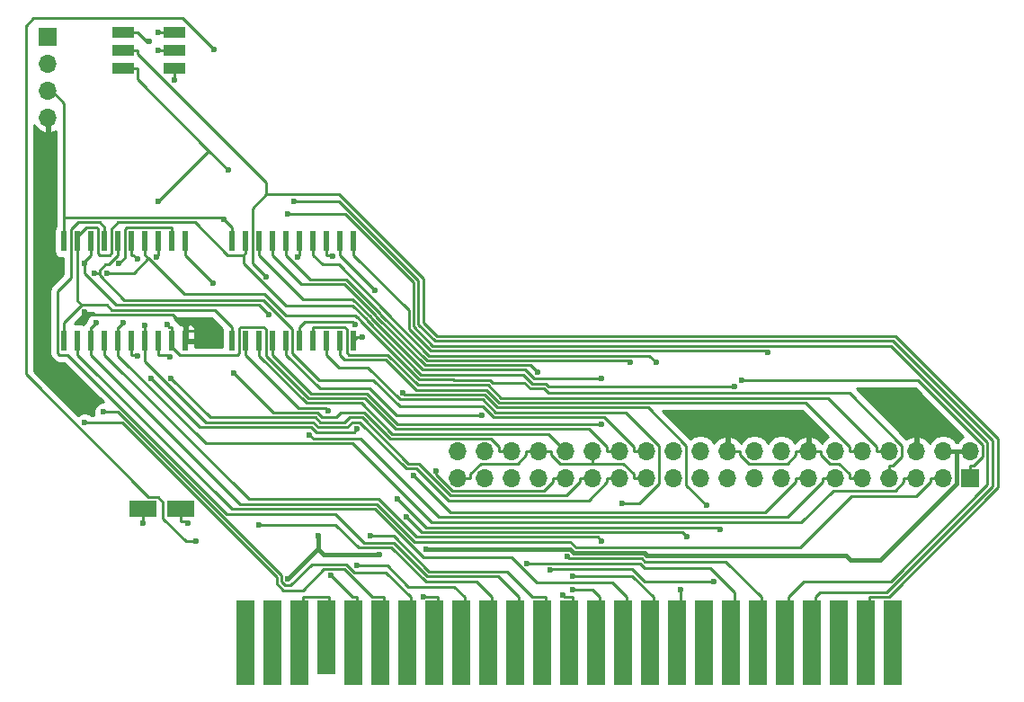
<source format=gbr>
G04 #@! TF.FileFunction,Copper,L1,Top,Mixed*
%FSLAX46Y46*%
G04 Gerber Fmt 4.6, Leading zero omitted, Abs format (unit mm)*
G04 Created by KiCad (PCBNEW 4.0.7) date 01/15/20 01:18:49*
%MOMM*%
%LPD*%
G01*
G04 APERTURE LIST*
%ADD10C,0.100000*%
%ADD11R,1.700000X1.700000*%
%ADD12O,1.700000X1.700000*%
%ADD13R,1.800000X8.000000*%
%ADD14R,1.800000X7.000000*%
%ADD15R,2.600000X1.600000*%
%ADD16R,2.000000X1.100000*%
%ADD17R,0.600000X1.950000*%
%ADD18C,0.600000*%
%ADD19C,0.250000*%
%ADD20C,0.400000*%
%ADD21C,0.254000*%
G04 APERTURE END LIST*
D10*
D11*
X195199000Y-94297500D03*
D12*
X195199000Y-91757500D03*
X192659000Y-94297500D03*
X192659000Y-91757500D03*
X190119000Y-94297500D03*
X190119000Y-91757500D03*
X187579000Y-94297500D03*
X187579000Y-91757500D03*
X185039000Y-94297500D03*
X185039000Y-91757500D03*
X182499000Y-94297500D03*
X182499000Y-91757500D03*
X179959000Y-94297500D03*
X179959000Y-91757500D03*
X177419000Y-94297500D03*
X177419000Y-91757500D03*
X174879000Y-94297500D03*
X174879000Y-91757500D03*
X172339000Y-94297500D03*
X172339000Y-91757500D03*
X169799000Y-94297500D03*
X169799000Y-91757500D03*
X167259000Y-94297500D03*
X167259000Y-91757500D03*
X164719000Y-94297500D03*
X164719000Y-91757500D03*
X162179000Y-94297500D03*
X162179000Y-91757500D03*
X159639000Y-94297500D03*
X159639000Y-91757500D03*
X157099000Y-94297500D03*
X157099000Y-91757500D03*
X154559000Y-94297500D03*
X154559000Y-91757500D03*
X152019000Y-94297500D03*
X152019000Y-91757500D03*
X149479000Y-94297500D03*
X149479000Y-91757500D03*
X146939000Y-94297500D03*
X146939000Y-91757500D03*
D13*
X187939840Y-109827440D03*
X185399840Y-109827440D03*
X182859840Y-109827440D03*
X180319840Y-109827440D03*
X177779840Y-109827440D03*
X175239840Y-109827440D03*
X172699840Y-109827440D03*
X170159840Y-109827440D03*
X167619840Y-109827440D03*
X165079840Y-109827440D03*
X162539840Y-109827440D03*
X159999840Y-109827440D03*
X157459840Y-109827440D03*
X154919840Y-109827440D03*
X152379840Y-109827440D03*
X149839840Y-109827440D03*
X147299840Y-109827440D03*
X144759840Y-109827440D03*
X142219840Y-109827440D03*
X139679840Y-109827440D03*
X137139840Y-109827440D03*
D14*
X134594760Y-109334680D03*
D13*
X132059840Y-109827440D03*
X129519840Y-109827440D03*
X126979840Y-109827440D03*
D15*
X117262000Y-97218500D03*
X120862000Y-97218500D03*
D16*
X115469000Y-52353000D03*
X115469000Y-54053000D03*
X115469000Y-55753000D03*
X120269000Y-55753000D03*
X120269000Y-54053000D03*
X120269000Y-52353000D03*
D17*
X125679000Y-81383600D03*
X126949000Y-81383600D03*
X128219000Y-81383600D03*
X129489000Y-81383600D03*
X130759000Y-81383600D03*
X132029000Y-81383600D03*
X133299000Y-81383600D03*
X134569000Y-81383600D03*
X135839000Y-81383600D03*
X137109000Y-81383600D03*
X137109000Y-71983600D03*
X135839000Y-71983600D03*
X134569000Y-71983600D03*
X133299000Y-71983600D03*
X132029000Y-71983600D03*
X130759000Y-71983600D03*
X129489000Y-71983600D03*
X128219000Y-71983600D03*
X126949000Y-71983600D03*
X125679000Y-71983600D03*
X109880000Y-81383600D03*
X111150000Y-81383600D03*
X112420000Y-81383600D03*
X113690000Y-81383600D03*
X114960000Y-81383600D03*
X116230000Y-81383600D03*
X117500000Y-81383600D03*
X118770000Y-81383600D03*
X120040000Y-81383600D03*
X121310000Y-81383600D03*
X121310000Y-71983600D03*
X120040000Y-71983600D03*
X118770000Y-71983600D03*
X117500000Y-71983600D03*
X116230000Y-71983600D03*
X114960000Y-71983600D03*
X113690000Y-71983600D03*
X112420000Y-71983600D03*
X111150000Y-71983600D03*
X109880000Y-71983600D03*
D11*
X108331000Y-52768500D03*
D12*
X108331000Y-55308500D03*
X108331000Y-57848500D03*
X108331000Y-60388500D03*
D18*
X111799800Y-78676800D03*
X137952500Y-81010400D03*
X123295600Y-80393300D03*
X133804400Y-99775600D03*
X130952900Y-103788200D03*
X143933500Y-101011400D03*
X139590400Y-101494400D03*
X115431500Y-79667800D03*
X113875800Y-74979100D03*
X111820900Y-74072000D03*
X144902900Y-93668000D03*
X129145500Y-78943800D03*
X112709400Y-75045100D03*
X117441700Y-79899700D03*
X119567800Y-79883600D03*
X112864900Y-79684100D03*
X119954900Y-84908700D03*
X115045300Y-74092200D03*
X131486400Y-68222600D03*
X130897100Y-69403900D03*
X141782500Y-86273800D03*
X170360300Y-96882600D03*
X157217400Y-101711700D03*
X155625600Y-102973800D03*
X171081000Y-104093500D03*
X153414900Y-102337100D03*
X142079100Y-97976200D03*
X168519600Y-99851000D03*
X160469800Y-89230300D03*
X167883800Y-104840900D03*
X176144200Y-82476800D03*
X162464500Y-96690300D03*
X137259900Y-79821400D03*
X157735300Y-103517500D03*
X160480400Y-100210800D03*
X154489100Y-84333300D03*
X134748700Y-87950300D03*
X157737300Y-104857300D03*
X135179700Y-73382500D03*
X131844300Y-73480300D03*
X156797300Y-105290800D03*
X123921000Y-75940400D03*
X118581300Y-73472600D03*
X138742700Y-99776500D03*
X116803500Y-73684000D03*
X119873300Y-82893500D03*
X116824400Y-82814200D03*
X128204500Y-98699900D03*
X137459600Y-102543000D03*
X143748100Y-105458600D03*
X113570200Y-88061000D03*
X111813100Y-89112500D03*
X137474800Y-89657400D03*
X118027000Y-84927300D03*
X135016400Y-103498100D03*
X173700200Y-85133500D03*
X124921000Y-69925300D03*
X160460200Y-84958700D03*
X139175000Y-76586900D03*
X149236400Y-88425100D03*
X128925700Y-75380200D03*
X141262000Y-96239800D03*
X171684500Y-99142800D03*
X132996000Y-90235400D03*
X123960600Y-53953900D03*
X122321700Y-100279900D03*
X142765200Y-94024000D03*
X121518600Y-98539600D03*
X120265800Y-56805600D03*
X118767000Y-54053000D03*
X118734400Y-52324000D03*
X117902700Y-53188500D03*
X125844000Y-84389600D03*
X118708700Y-68275100D03*
X125345800Y-65294000D03*
X172979100Y-85655300D03*
X117262000Y-98534500D03*
X165628100Y-83396500D03*
X163186400Y-83412700D03*
D19*
X154559000Y-91757500D02*
X155734300Y-91757500D01*
X159639000Y-91757500D02*
X159639000Y-92932800D01*
X185039000Y-94297500D02*
X183863700Y-94297500D01*
X183863700Y-93930100D02*
X183863700Y-94297500D01*
X182866400Y-92932800D02*
X183863700Y-93930100D01*
X181942200Y-92932800D02*
X182866400Y-92932800D01*
X181134300Y-92124900D02*
X181942200Y-92932800D01*
X181134300Y-91757500D02*
X181134300Y-92124900D01*
X179959000Y-91757500D02*
X181134300Y-91757500D01*
X153383700Y-92124900D02*
X153383700Y-91757500D01*
X152575800Y-92932800D02*
X153383700Y-92124900D01*
X149111600Y-92932800D02*
X152575800Y-92932800D01*
X148114300Y-93930100D02*
X149111600Y-92932800D01*
X148114300Y-94297500D02*
X148114300Y-93930100D01*
X146939000Y-94297500D02*
X148114300Y-94297500D01*
X154559000Y-91757500D02*
X153383700Y-91757500D01*
X137482200Y-81010400D02*
X137109000Y-81383600D01*
X137952500Y-81010400D02*
X137482200Y-81010400D01*
X156542200Y-92932800D02*
X159639000Y-92932800D01*
X155734300Y-92124900D02*
X156542200Y-92932800D01*
X155734300Y-91757500D02*
X155734300Y-92124900D01*
X163543700Y-93930200D02*
X163543700Y-94297500D01*
X162546300Y-92932800D02*
X163543700Y-93930200D01*
X159639000Y-92932800D02*
X162546300Y-92932800D01*
X164719000Y-94297500D02*
X163543700Y-94297500D01*
X178783700Y-92124900D02*
X178783700Y-91757500D01*
X177975800Y-92932800D02*
X178783700Y-92124900D01*
X174322300Y-92932800D02*
X177975800Y-92932800D01*
X173514300Y-92124800D02*
X174322300Y-92932800D01*
X173514300Y-91757500D02*
X173514300Y-92124800D01*
X172339000Y-91757500D02*
X173514300Y-91757500D01*
X179959000Y-91757500D02*
X178783700Y-91757500D01*
X120131400Y-78904700D02*
X121310000Y-80083300D01*
X112027700Y-78904700D02*
X120131400Y-78904700D01*
X111799800Y-78676800D02*
X112027700Y-78904700D01*
X123295600Y-80393300D02*
X121310000Y-80393300D01*
X121310000Y-81383600D02*
X121310000Y-80393300D01*
X121310000Y-80393300D02*
X121310000Y-80083300D01*
D20*
X183007000Y-101560900D02*
X183475900Y-101560900D01*
X187896500Y-100838000D02*
X187896500Y-100856300D01*
X186690000Y-102044500D02*
X187896500Y-100838000D01*
X183959500Y-102044500D02*
X186690000Y-102044500D01*
X183475900Y-101560900D02*
X183959500Y-102044500D01*
X192659000Y-91757500D02*
X193948600Y-91757500D01*
X193948600Y-91757500D02*
X195199000Y-91757500D01*
X133804400Y-101001500D02*
X133804400Y-99775600D01*
X133739600Y-101001500D02*
X130952900Y-103788200D01*
X133804400Y-101001500D02*
X133739600Y-101001500D01*
X134297300Y-101494400D02*
X139590400Y-101494400D01*
X133804400Y-101001500D02*
X134297300Y-101494400D01*
X193948600Y-94804200D02*
X193948600Y-91757500D01*
X187896500Y-100856300D02*
X193948600Y-94804200D01*
X164712500Y-101560900D02*
X183007000Y-101560900D01*
X164513100Y-101361500D02*
X164712500Y-101560900D01*
X157857600Y-101361500D02*
X164513100Y-101361500D01*
X157507500Y-101011400D02*
X157857600Y-101361500D01*
X143933500Y-101011400D02*
X157507500Y-101011400D01*
D19*
X190119000Y-94297500D02*
X188943700Y-94297500D01*
X114960000Y-81383600D02*
X114960000Y-80083300D01*
X115016000Y-80083300D02*
X115431500Y-79667800D01*
X114960000Y-80083300D02*
X115016000Y-80083300D01*
X188943700Y-94664900D02*
X188943700Y-94297500D01*
X188135800Y-95472800D02*
X188943700Y-94664900D01*
X182311400Y-95472800D02*
X188135800Y-95472800D01*
X179284100Y-98500100D02*
X182311400Y-95472800D01*
X144497900Y-98500100D02*
X179284100Y-98500100D01*
X137036100Y-91038300D02*
X144497900Y-98500100D01*
X123230400Y-91038300D02*
X137036100Y-91038300D01*
X114960000Y-82767900D02*
X123230400Y-91038300D01*
X114960000Y-81383600D02*
X114960000Y-82767900D01*
X187579000Y-94297500D02*
X187579000Y-93122200D01*
X116412600Y-74979100D02*
X113875800Y-74979100D01*
X117803400Y-73588300D02*
X116412600Y-74979100D01*
X117500000Y-73285000D02*
X117803400Y-73588300D01*
X117500000Y-71983600D02*
X117500000Y-73285000D01*
X121208800Y-76993800D02*
X117803400Y-73588300D01*
X128736300Y-76993800D02*
X121208800Y-76993800D01*
X130758700Y-79016200D02*
X128736300Y-76993800D01*
X137285500Y-79016200D02*
X130758700Y-79016200D01*
X137465400Y-79196100D02*
X137285500Y-79016200D01*
X137519000Y-79196100D02*
X137465400Y-79196100D01*
X137885200Y-79562300D02*
X137519000Y-79196100D01*
X137885200Y-79615900D02*
X137885200Y-79562300D01*
X143286600Y-85017300D02*
X137885200Y-79615900D01*
X146472400Y-85017300D02*
X143286600Y-85017300D01*
X146553100Y-85098000D02*
X146472400Y-85017300D01*
X150007800Y-85098000D02*
X146553100Y-85098000D01*
X150233500Y-85323700D02*
X150007800Y-85098000D01*
X153214800Y-85323700D02*
X150233500Y-85323700D01*
X153750400Y-85859300D02*
X153214800Y-85323700D01*
X155052600Y-85859300D02*
X153750400Y-85859300D01*
X155502900Y-86309600D02*
X155052600Y-85859300D01*
X183838200Y-86309600D02*
X155502900Y-86309600D01*
X188759100Y-91230500D02*
X183838200Y-86309600D01*
X188759100Y-92309400D02*
X188759100Y-91230500D01*
X187946300Y-93122200D02*
X188759100Y-92309400D01*
X187579000Y-93122200D02*
X187946300Y-93122200D01*
X112420000Y-71983600D02*
X112420000Y-73283900D01*
X111820900Y-73883000D02*
X111820900Y-74072000D01*
X112420000Y-73283900D02*
X111820900Y-73883000D01*
X157099000Y-94297500D02*
X155923700Y-94297500D01*
X128205800Y-78004100D02*
X129145500Y-78943800D01*
X114775200Y-78004100D02*
X128205800Y-78004100D01*
X111820900Y-75049800D02*
X114775200Y-78004100D01*
X111820900Y-74072000D02*
X111820900Y-75049800D01*
X144902900Y-93946700D02*
X144902900Y-93668000D01*
X146453800Y-95497600D02*
X144902900Y-93946700D01*
X155081400Y-95497600D02*
X146453800Y-95497600D01*
X155923700Y-94655300D02*
X155081400Y-95497600D01*
X155923700Y-94297500D02*
X155923700Y-94655300D01*
X164719000Y-91757500D02*
X163543700Y-91757500D01*
X114960000Y-71983600D02*
X114960000Y-73283900D01*
X113195500Y-75225700D02*
X113195500Y-75045100D01*
X115523500Y-77553700D02*
X113195500Y-75225700D01*
X128659300Y-77553700D02*
X115523500Y-77553700D01*
X131188800Y-80083200D02*
X128659300Y-77553700D01*
X131193700Y-80083200D02*
X131188800Y-80083200D01*
X131384300Y-80273800D02*
X131193700Y-80083200D01*
X131384300Y-82523400D02*
X131384300Y-80273800D01*
X133912900Y-85052000D02*
X131384300Y-82523400D01*
X139004900Y-85052000D02*
X133912900Y-85052000D01*
X141527500Y-87574600D02*
X139004900Y-85052000D01*
X149299900Y-87574600D02*
X141527500Y-87574600D01*
X150325200Y-88599900D02*
X149299900Y-87574600D01*
X160753400Y-88599900D02*
X150325200Y-88599900D01*
X163543700Y-91390200D02*
X160753400Y-88599900D01*
X163543700Y-91757500D02*
X163543700Y-91390200D01*
X114040600Y-74203300D02*
X114960000Y-73283900D01*
X113762500Y-74203300D02*
X114040600Y-74203300D01*
X113195500Y-74770300D02*
X113762500Y-74203300D01*
X113195500Y-75045100D02*
X113195500Y-74770300D01*
X113195500Y-75045100D02*
X112709400Y-75045100D01*
X117500000Y-81383600D02*
X117500000Y-80083300D01*
X117441700Y-80025000D02*
X117441700Y-79899700D01*
X117500000Y-80083300D02*
X117441700Y-80025000D01*
X162179000Y-94297500D02*
X161003700Y-94297500D01*
X117500000Y-81383600D02*
X117500000Y-82683900D01*
X117500000Y-83338100D02*
X117500000Y-82683900D01*
X123203300Y-89041400D02*
X117500000Y-83338100D01*
X133323300Y-89041400D02*
X123203300Y-89041400D01*
X133767800Y-89485900D02*
X133323300Y-89041400D01*
X136551300Y-89485900D02*
X133767800Y-89485900D01*
X137005100Y-89032100D02*
X136551300Y-89485900D01*
X137733900Y-89032100D02*
X137005100Y-89032100D01*
X142100500Y-93398700D02*
X137733900Y-89032100D01*
X143024300Y-93398700D02*
X142100500Y-93398700D01*
X146044500Y-96418900D02*
X143024300Y-93398700D01*
X159249600Y-96418900D02*
X146044500Y-96418900D01*
X161003700Y-94664800D02*
X159249600Y-96418900D01*
X161003700Y-94297500D02*
X161003700Y-94664800D01*
X120040000Y-81383600D02*
X120040000Y-80083300D01*
X119767500Y-80083300D02*
X119567800Y-79883600D01*
X120040000Y-80083300D02*
X119767500Y-80083300D01*
X162179000Y-91757500D02*
X161003700Y-91757500D01*
X161003700Y-91390100D02*
X161003700Y-91757500D01*
X159294200Y-89680600D02*
X161003700Y-91390100D01*
X141085800Y-89680600D02*
X159294200Y-89680600D01*
X138195100Y-86789900D02*
X141085800Y-89680600D01*
X132887000Y-86789900D02*
X138195100Y-86789900D01*
X128863600Y-82766500D02*
X132887000Y-86789900D01*
X128863600Y-80284600D02*
X128863600Y-82766500D01*
X128662200Y-80083200D02*
X128863600Y-80284600D01*
X126469800Y-80083200D02*
X128662200Y-80083200D01*
X126323600Y-80229400D02*
X126469800Y-80083200D01*
X126323600Y-82530600D02*
X126323600Y-80229400D01*
X126170200Y-82684000D02*
X126323600Y-82530600D01*
X120783900Y-82684000D02*
X126170200Y-82684000D01*
X120040000Y-81940100D02*
X120783900Y-82684000D01*
X120040000Y-81383600D02*
X120040000Y-81940100D01*
X112420000Y-81383600D02*
X112420000Y-80083300D01*
X112420000Y-80083300D02*
X112465700Y-80083300D01*
X112465700Y-80083300D02*
X112864900Y-79684100D01*
X112420000Y-81383600D02*
X112420000Y-82683900D01*
X192659000Y-94297500D02*
X191483700Y-94297500D01*
X191483700Y-94664800D02*
X191483700Y-94297500D01*
X190151000Y-95997500D02*
X191483700Y-94664800D01*
X184033000Y-95997500D02*
X190151000Y-95997500D01*
X179194300Y-100836200D02*
X184033000Y-95997500D01*
X158075200Y-100836200D02*
X179194300Y-100836200D01*
X157540300Y-100301300D02*
X158075200Y-100836200D01*
X142883000Y-100301300D02*
X157540300Y-100301300D01*
X139317600Y-96735900D02*
X142883000Y-100301300D01*
X126472000Y-96735900D02*
X139317600Y-96735900D01*
X112420000Y-82683900D02*
X126472000Y-96735900D01*
X159639000Y-94297500D02*
X158463700Y-94297500D01*
X120040000Y-71983600D02*
X120040000Y-70683300D01*
X115764600Y-70683300D02*
X120040000Y-70683300D01*
X115585400Y-70862500D02*
X115764600Y-70683300D01*
X115585400Y-73552100D02*
X115585400Y-70862500D01*
X115045300Y-74092200D02*
X115585400Y-73552100D01*
X123637300Y-88591100D02*
X119954900Y-84908700D01*
X133509900Y-88591100D02*
X123637300Y-88591100D01*
X133954300Y-89035500D02*
X133509900Y-88591100D01*
X136282700Y-89035500D02*
X133954300Y-89035500D01*
X136736400Y-88581800D02*
X136282700Y-89035500D01*
X137920500Y-88581800D02*
X136736400Y-88581800D01*
X142287100Y-92948400D02*
X137920500Y-88581800D01*
X143267500Y-92948400D02*
X142287100Y-92948400D01*
X146287600Y-95968500D02*
X143267500Y-92948400D01*
X157160000Y-95968500D02*
X146287600Y-95968500D01*
X158463700Y-94664800D02*
X157160000Y-95968500D01*
X158463700Y-94297500D02*
X158463700Y-94664800D01*
X180583800Y-109827400D02*
X180583800Y-105502100D01*
X135780600Y-68222600D02*
X131486400Y-68222600D01*
X143232800Y-75674800D02*
X135780600Y-68222600D01*
X143232800Y-79838900D02*
X143232800Y-75674800D01*
X144777500Y-81383600D02*
X143232800Y-79838900D01*
X187934800Y-81383600D02*
X144777500Y-81383600D01*
X197337700Y-90786500D02*
X187934800Y-81383600D01*
X197337700Y-95054300D02*
X197337700Y-90786500D01*
X187340300Y-105051700D02*
X197337700Y-95054300D01*
X181034200Y-105051700D02*
X187340300Y-105051700D01*
X180583800Y-105502100D02*
X181034200Y-105051700D01*
X178043800Y-109827400D02*
X178043800Y-105502100D01*
X136310000Y-69403900D02*
X130897100Y-69403900D01*
X142782500Y-75876400D02*
X136310000Y-69403900D01*
X142782500Y-80025500D02*
X142782500Y-75876400D01*
X144590900Y-81833900D02*
X142782500Y-80025500D01*
X187708600Y-81833900D02*
X144590900Y-81833900D01*
X196829100Y-90954400D02*
X187708600Y-81833900D01*
X196829100Y-94899900D02*
X196829100Y-90954400D01*
X187698200Y-104030800D02*
X196829100Y-94899900D01*
X179515000Y-104030800D02*
X187698200Y-104030800D01*
X179515000Y-104030900D02*
X179515000Y-104030800D01*
X178043800Y-105502100D02*
X179515000Y-104030900D01*
X141957600Y-86448900D02*
X141782500Y-86273800D01*
X149448000Y-86448900D02*
X141957600Y-86448900D01*
X150659600Y-87660500D02*
X149448000Y-86448900D01*
X164849700Y-87660500D02*
X150659600Y-87660500D01*
X168434400Y-91245200D02*
X164849700Y-87660500D01*
X168434400Y-94956700D02*
X168434400Y-91245200D01*
X170360300Y-96882600D02*
X168434400Y-94956700D01*
X175503800Y-109827400D02*
X175503800Y-105502100D01*
X157392500Y-101886800D02*
X157217400Y-101711700D01*
X164295500Y-101886800D02*
X157392500Y-101886800D01*
X164561500Y-102152800D02*
X164295500Y-101886800D01*
X172154500Y-102152800D02*
X164561500Y-102152800D01*
X175503800Y-105502100D02*
X172154500Y-102152800D01*
X155707200Y-102892200D02*
X155625600Y-102973800D01*
X163370800Y-102892200D02*
X155707200Y-102892200D01*
X164572100Y-104093500D02*
X163370800Y-102892200D01*
X171081000Y-104093500D02*
X164572100Y-104093500D01*
X172963800Y-109827400D02*
X172963800Y-105502100D01*
X164108900Y-102337100D02*
X153414900Y-102337100D01*
X164559200Y-102787400D02*
X164108900Y-102337100D01*
X170696300Y-102787400D02*
X164559200Y-102787400D01*
X172963800Y-105054900D02*
X170696300Y-102787400D01*
X172963800Y-105502100D02*
X172963800Y-105054900D01*
X168069300Y-99400700D02*
X168519600Y-99851000D01*
X143503600Y-99400700D02*
X168069300Y-99400700D01*
X142079100Y-97976200D02*
X143503600Y-99400700D01*
X129489000Y-81383600D02*
X129489000Y-82683900D01*
X141272400Y-89230300D02*
X160469800Y-89230300D01*
X138381700Y-86339600D02*
X141272400Y-89230300D01*
X133144700Y-86339600D02*
X138381700Y-86339600D01*
X129489000Y-82683900D02*
X133144700Y-86339600D01*
X137109000Y-71983600D02*
X137109000Y-73283900D01*
X167883800Y-109827400D02*
X167883800Y-104840900D01*
X142332200Y-78507100D02*
X137109000Y-73283900D01*
X142332200Y-80241400D02*
X142332200Y-78507100D01*
X144406300Y-82315500D02*
X142332200Y-80241400D01*
X175982900Y-82315500D02*
X144406300Y-82315500D01*
X176144200Y-82476800D02*
X175982900Y-82315500D01*
X134569000Y-81383600D02*
X134569000Y-82683900D01*
X135781300Y-83896200D02*
X134569000Y-82683900D01*
X138486000Y-83896200D02*
X135781300Y-83896200D01*
X141489000Y-86899200D02*
X138486000Y-83896200D01*
X149261400Y-86899200D02*
X141489000Y-86899200D01*
X150473000Y-88110800D02*
X149261400Y-86899200D01*
X162741000Y-88110800D02*
X150473000Y-88110800D01*
X165912100Y-91281900D02*
X162741000Y-88110800D01*
X165912100Y-94791800D02*
X165912100Y-91281900D01*
X164013600Y-96690300D02*
X165912100Y-94791800D01*
X162464500Y-96690300D02*
X164013600Y-96690300D01*
X137030700Y-79592200D02*
X137259900Y-79821400D01*
X132520100Y-79592200D02*
X137030700Y-79592200D01*
X132029000Y-80083300D02*
X132520100Y-79592200D01*
X165343800Y-109827400D02*
X165343800Y-105502100D01*
X132029000Y-81383600D02*
X132029000Y-80083300D01*
X163359200Y-103517500D02*
X165343800Y-105502100D01*
X157735300Y-103517500D02*
X163359200Y-103517500D01*
X113690000Y-81383600D02*
X113690000Y-82683900D01*
X160120600Y-99851000D02*
X160480400Y-100210800D01*
X143069600Y-99851000D02*
X160120600Y-99851000D01*
X139504000Y-96285400D02*
X143069600Y-99851000D01*
X127291500Y-96285400D02*
X139504000Y-96285400D01*
X113690000Y-82683900D02*
X127291500Y-96285400D01*
X111150000Y-81383600D02*
X111150000Y-82683900D01*
X162803800Y-109827400D02*
X162803800Y-105502100D01*
X161479300Y-104177600D02*
X162803800Y-105502100D01*
X154352600Y-104177600D02*
X161479300Y-104177600D01*
X151977200Y-101802200D02*
X154352600Y-104177600D01*
X143747000Y-101802200D02*
X151977200Y-101802200D01*
X139134200Y-97189400D02*
X143747000Y-101802200D01*
X125655500Y-97189400D02*
X139134200Y-97189400D01*
X111150000Y-82683900D02*
X125655500Y-97189400D01*
X129489000Y-71983600D02*
X129489000Y-73283900D01*
X153822200Y-83666400D02*
X154489100Y-84333300D01*
X143846500Y-83666400D02*
X153822200Y-83666400D01*
X139236100Y-79056000D02*
X143846500Y-83666400D01*
X139236100Y-79002500D02*
X139236100Y-79056000D01*
X136259100Y-76025500D02*
X139236100Y-79002500D01*
X132230600Y-76025500D02*
X136259100Y-76025500D01*
X129489000Y-73283900D02*
X132230600Y-76025500D01*
X160263800Y-109827400D02*
X160263800Y-105502100D01*
X126949000Y-81383600D02*
X126949000Y-82683900D01*
X131955600Y-87690500D02*
X126949000Y-82683900D01*
X134488900Y-87690500D02*
X131955600Y-87690500D01*
X134748700Y-87950300D02*
X134488900Y-87690500D01*
X159619000Y-104857300D02*
X157737300Y-104857300D01*
X160263800Y-105502100D02*
X159619000Y-104857300D01*
X134569000Y-71983600D02*
X134569000Y-73283900D01*
X135081100Y-73283900D02*
X135179700Y-73382500D01*
X134569000Y-73283900D02*
X135081100Y-73283900D01*
X157723800Y-109827400D02*
X157723800Y-105502100D01*
X157008600Y-105502100D02*
X157723800Y-105502100D01*
X156797300Y-105290800D02*
X157008600Y-105502100D01*
X132029000Y-73295600D02*
X131844300Y-73480300D01*
X132029000Y-71983600D02*
X132029000Y-73295600D01*
X121310000Y-73329400D02*
X121310000Y-71983600D01*
X123921000Y-75940400D02*
X121310000Y-73329400D01*
X118770000Y-73283900D02*
X118581300Y-73472600D01*
X118770000Y-71983600D02*
X118770000Y-73283900D01*
X155183800Y-109827400D02*
X155183800Y-105502100D01*
X153948400Y-105502100D02*
X155183800Y-105502100D01*
X151574400Y-103128100D02*
X153948400Y-105502100D01*
X144248100Y-103128100D02*
X151574400Y-103128100D01*
X140896500Y-99776500D02*
X144248100Y-103128100D01*
X138742700Y-99776500D02*
X140896500Y-99776500D01*
X116230000Y-71983600D02*
X116230000Y-73283900D01*
X116403400Y-73283900D02*
X116803500Y-73684000D01*
X116230000Y-73283900D02*
X116403400Y-73283900D01*
X113690000Y-71983600D02*
X113690000Y-70683300D01*
X152643800Y-109827400D02*
X152643800Y-105502100D01*
X150720200Y-103578500D02*
X152643800Y-105502100D01*
X144061600Y-103578500D02*
X150720200Y-103578500D01*
X140888000Y-100404900D02*
X144061600Y-103578500D01*
X138112400Y-100404900D02*
X140888000Y-100404900D01*
X135405300Y-97697800D02*
X138112400Y-100404900D01*
X125190500Y-97697800D02*
X135405300Y-97697800D01*
X110176700Y-82684000D02*
X125190500Y-97697800D01*
X109421200Y-82684000D02*
X110176700Y-82684000D01*
X109249400Y-82512200D02*
X109421200Y-82684000D01*
X109249400Y-76688800D02*
X109249400Y-82512200D01*
X110524600Y-75413600D02*
X109249400Y-76688800D01*
X110524600Y-70869000D02*
X110524600Y-75413600D01*
X111184300Y-70209300D02*
X110524600Y-70869000D01*
X113216000Y-70209300D02*
X111184300Y-70209300D01*
X113690000Y-70683300D02*
X113216000Y-70209300D01*
X118770000Y-81383600D02*
X118770000Y-82683900D01*
X119663700Y-82683900D02*
X119873300Y-82893500D01*
X118770000Y-82683900D02*
X119663700Y-82683900D01*
X150103800Y-109827400D02*
X150103800Y-105502100D01*
X116230000Y-81383600D02*
X116230000Y-82683900D01*
X116694100Y-82683900D02*
X116824400Y-82814200D01*
X116230000Y-82683900D02*
X116694100Y-82683900D01*
X148700300Y-104098600D02*
X150103800Y-105502100D01*
X143944800Y-104098600D02*
X148700300Y-104098600D01*
X140701400Y-100855200D02*
X143944800Y-104098600D01*
X137607500Y-100855200D02*
X140701400Y-100855200D01*
X135452200Y-98699900D02*
X137607500Y-100855200D01*
X128204500Y-98699900D02*
X135452200Y-98699900D01*
X147563800Y-109827400D02*
X147563800Y-105502100D01*
X146610700Y-104549000D02*
X147563800Y-105502100D01*
X142298700Y-104549000D02*
X146610700Y-104549000D01*
X140292700Y-102543000D02*
X142298700Y-104549000D01*
X137459600Y-102543000D02*
X140292700Y-102543000D01*
X145023800Y-109827400D02*
X145023800Y-105502100D01*
X143791600Y-105502100D02*
X143748100Y-105458600D01*
X145023800Y-105502100D02*
X143791600Y-105502100D01*
X142483800Y-109827400D02*
X142483800Y-105502100D01*
X140182500Y-103200800D02*
X142483800Y-105502100D01*
X137233100Y-103200800D02*
X140182500Y-103200800D01*
X136444800Y-102412500D02*
X137233100Y-103200800D01*
X133213000Y-102412500D02*
X136444800Y-102412500D01*
X131212000Y-104413500D02*
X133213000Y-102412500D01*
X130693900Y-104413500D02*
X131212000Y-104413500D01*
X130327600Y-104047200D02*
X130693900Y-104413500D01*
X130327600Y-103471800D02*
X130327600Y-104047200D01*
X114916800Y-88061000D02*
X130327600Y-103471800D01*
X113570200Y-88061000D02*
X114916800Y-88061000D01*
X139943800Y-109827400D02*
X139943800Y-105502100D01*
X138897500Y-105502100D02*
X139943800Y-105502100D01*
X136259400Y-102864000D02*
X138897500Y-105502100D01*
X134349000Y-102864000D02*
X136259400Y-102864000D01*
X132349200Y-104863800D02*
X134349000Y-102864000D01*
X130507300Y-104863800D02*
X132349200Y-104863800D01*
X129877300Y-104233800D02*
X130507300Y-104863800D01*
X129877300Y-103658400D02*
X129877300Y-104233800D01*
X115331400Y-89112500D02*
X129877300Y-103658400D01*
X111813100Y-89112500D02*
X115331400Y-89112500D01*
X137403800Y-109827400D02*
X137403800Y-105502100D01*
X137020400Y-105502100D02*
X135016400Y-103498100D01*
X137403800Y-105502100D02*
X137020400Y-105502100D01*
X122591400Y-89491700D02*
X118027000Y-84927300D01*
X133136700Y-89491700D02*
X122591400Y-89491700D01*
X133621300Y-89976300D02*
X133136700Y-89491700D01*
X137155900Y-89976300D02*
X133621300Y-89976300D01*
X137474800Y-89657400D02*
X137155900Y-89976300D01*
X108331000Y-57848500D02*
X108712000Y-57848500D01*
X108712000Y-57848500D02*
X109880000Y-59016500D01*
X109880000Y-59016500D02*
X109880000Y-61030500D01*
X195199000Y-94297500D02*
X195199000Y-93122200D01*
X125679000Y-71983600D02*
X125679000Y-70683300D01*
X109880000Y-61030500D02*
X109880000Y-69758900D01*
X109880000Y-69758900D02*
X109880000Y-71983600D01*
X124754600Y-69758900D02*
X124921000Y-69925300D01*
X109880000Y-69758900D02*
X124754600Y-69758900D01*
X124921000Y-69925300D02*
X125679000Y-70683300D01*
X190298100Y-85133500D02*
X173700200Y-85133500D01*
X196374300Y-91209700D02*
X190298100Y-85133500D01*
X196374300Y-92314300D02*
X196374300Y-91209700D01*
X195566400Y-93122200D02*
X196374300Y-92314300D01*
X195199000Y-93122200D02*
X195566400Y-93122200D01*
X128219000Y-71983600D02*
X128219000Y-73283900D01*
X132366000Y-77430900D02*
X128219000Y-73283900D01*
X137027600Y-77430900D02*
X132366000Y-77430900D01*
X138785800Y-79189100D02*
X137027600Y-77430900D01*
X138785800Y-79242700D02*
X138785800Y-79189100D01*
X143659800Y-84116700D02*
X138785800Y-79242700D01*
X153281600Y-84116700D02*
X143659800Y-84116700D01*
X154123600Y-84958700D02*
X153281600Y-84116700D01*
X160460200Y-84958700D02*
X154123600Y-84958700D01*
X135839000Y-71983600D02*
X135839000Y-73283900D01*
X135872000Y-73283900D02*
X135839000Y-73283900D01*
X139175000Y-76586900D02*
X135872000Y-73283900D01*
X185039000Y-91757500D02*
X183863700Y-91757500D01*
X135839000Y-81383600D02*
X135839000Y-82683900D01*
X136289300Y-83134200D02*
X135839000Y-82683900D01*
X140129700Y-83134200D02*
X136289300Y-83134200D01*
X142994100Y-85998600D02*
X140129700Y-83134200D01*
X149634600Y-85998600D02*
X142994100Y-85998600D01*
X150846200Y-87210200D02*
X149634600Y-85998600D01*
X179683700Y-87210200D02*
X150846200Y-87210200D01*
X183863700Y-91390200D02*
X179683700Y-87210200D01*
X183863700Y-91757500D02*
X183863700Y-91390200D01*
X128219000Y-81383600D02*
X128219000Y-82683900D01*
X128219000Y-82763500D02*
X128219000Y-82683900D01*
X132695700Y-87240200D02*
X128219000Y-82763500D01*
X137852700Y-87240200D02*
X132695700Y-87240200D01*
X140743400Y-90130900D02*
X137852700Y-87240200D01*
X155472400Y-90130900D02*
X140743400Y-90130900D01*
X157099000Y-91757500D02*
X155472400Y-90130900D01*
X130759000Y-81383600D02*
X130759000Y-82683900D01*
X141158900Y-88425100D02*
X149236400Y-88425100D01*
X138623000Y-85889200D02*
X141158900Y-88425100D01*
X133964300Y-85889200D02*
X138623000Y-85889200D01*
X130759000Y-82683900D02*
X133964300Y-85889200D01*
X187579000Y-91757500D02*
X186403700Y-91757500D01*
X133299000Y-81383600D02*
X133299000Y-80083300D01*
X136279100Y-80083300D02*
X133299000Y-80083300D01*
X136483600Y-80287800D02*
X136279100Y-80083300D01*
X136483600Y-82493300D02*
X136483600Y-80287800D01*
X136674200Y-82683900D02*
X136483600Y-82493300D01*
X140316300Y-82683900D02*
X136674200Y-82683900D01*
X143180700Y-85548300D02*
X140316300Y-82683900D01*
X149821200Y-85548300D02*
X143180700Y-85548300D01*
X151032800Y-86759900D02*
X149821200Y-85548300D01*
X181773500Y-86759900D02*
X151032800Y-86759900D01*
X186403700Y-91390100D02*
X181773500Y-86759900D01*
X186403700Y-91757500D02*
X186403700Y-91390100D01*
X115469000Y-54053000D02*
X116794300Y-54053000D01*
X185663800Y-109827400D02*
X185663800Y-105502100D01*
X127593600Y-68905100D02*
X128903800Y-67594900D01*
X127593600Y-74048100D02*
X127593600Y-68905100D01*
X128925700Y-75380200D02*
X127593600Y-74048100D01*
X135790300Y-67594900D02*
X128903800Y-67594900D01*
X143683100Y-75487700D02*
X135790300Y-67594900D01*
X143683100Y-79648600D02*
X143683100Y-75487700D01*
X144951300Y-80916800D02*
X143683100Y-79648600D01*
X188153800Y-80916800D02*
X144951300Y-80916800D01*
X197849500Y-90612500D02*
X188153800Y-80916800D01*
X197849500Y-95206300D02*
X197849500Y-90612500D01*
X187553700Y-105502100D02*
X197849500Y-95206300D01*
X185663800Y-105502100D02*
X187553700Y-105502100D01*
X116794300Y-54321100D02*
X116794300Y-54053000D01*
X128903800Y-66430600D02*
X116794300Y-54321100D01*
X128903800Y-67594900D02*
X128903800Y-66430600D01*
X134851500Y-105502100D02*
X134858800Y-105509400D01*
X132323800Y-105502100D02*
X134851500Y-105502100D01*
X132323800Y-109827400D02*
X132323800Y-105502100D01*
X134858800Y-109334700D02*
X134858800Y-105509400D01*
X171492100Y-98950400D02*
X171684500Y-99142800D01*
X143972600Y-98950400D02*
X171492100Y-98950400D01*
X141262000Y-96239800D02*
X143972600Y-98950400D01*
X133348500Y-90587900D02*
X132996000Y-90235400D01*
X137784100Y-90587900D02*
X133348500Y-90587900D01*
X145187300Y-97991100D02*
X137784100Y-90587900D01*
X177997400Y-97991100D02*
X145187300Y-97991100D01*
X181323700Y-94664800D02*
X177997400Y-97991100D01*
X181323700Y-94297500D02*
X181323700Y-94664800D01*
X182499000Y-94297500D02*
X181323700Y-94297500D01*
X106255200Y-57467500D02*
X106255200Y-51732800D01*
X121602500Y-51562000D02*
X121602500Y-51595800D01*
X121031000Y-50990500D02*
X121602500Y-51562000D01*
X106997500Y-50990500D02*
X121031000Y-50990500D01*
X106255200Y-51732800D02*
X106997500Y-50990500D01*
X123960600Y-53953900D02*
X121602500Y-51595800D01*
X121341200Y-100279900D02*
X122321700Y-100279900D01*
X119189900Y-98128600D02*
X121341200Y-100279900D01*
X119189900Y-96586300D02*
X119189900Y-98128600D01*
X118696800Y-96093200D02*
X119189900Y-96586300D01*
X117814900Y-96093200D02*
X118696800Y-96093200D01*
X106255200Y-84533500D02*
X117814900Y-96093200D01*
X106255200Y-57376700D02*
X106255200Y-57467500D01*
X106255200Y-57467500D02*
X106255200Y-84533500D01*
X121602500Y-51595800D02*
X121484300Y-51477600D01*
X146281900Y-97540700D02*
X142765200Y-94024000D01*
X175907800Y-97540700D02*
X146281900Y-97540700D01*
X178783700Y-94664800D02*
X175907800Y-97540700D01*
X178783700Y-94297500D02*
X178783700Y-94664800D01*
X179959000Y-94297500D02*
X178783700Y-94297500D01*
X120862000Y-97218500D02*
X120862000Y-98343800D01*
X121322800Y-98343800D02*
X121518600Y-98539600D01*
X120862000Y-98343800D02*
X121322800Y-98343800D01*
X120269000Y-56802400D02*
X120265800Y-56805600D01*
X120269000Y-55753000D02*
X120269000Y-56802400D01*
X120269000Y-54053000D02*
X118943700Y-54053000D01*
X118943700Y-54053000D02*
X118767000Y-54053000D01*
X120269000Y-52353000D02*
X118943700Y-52353000D01*
X118914700Y-52324000D02*
X118734400Y-52324000D01*
X118943700Y-52353000D02*
X118914700Y-52324000D01*
X115469000Y-52353000D02*
X116794300Y-52353000D01*
X117629800Y-53188500D02*
X117902700Y-53188500D01*
X116794300Y-52353000D02*
X117629800Y-53188500D01*
X152019000Y-91757500D02*
X150843700Y-91757500D01*
X129595200Y-88140800D02*
X125844000Y-84389600D01*
X133696500Y-88140800D02*
X129595200Y-88140800D01*
X134131400Y-88575700D02*
X133696500Y-88140800D01*
X135465800Y-88575700D02*
X134131400Y-88575700D01*
X135910000Y-88131500D02*
X135465800Y-88575700D01*
X138107100Y-88131500D02*
X135910000Y-88131500D01*
X140557800Y-90582200D02*
X138107100Y-88131500D01*
X150035800Y-90582200D02*
X140557800Y-90582200D01*
X150843700Y-91390100D02*
X150035800Y-90582200D01*
X150843700Y-91757500D02*
X150843700Y-91390100D01*
X115469000Y-55753000D02*
X116794300Y-55753000D01*
X123517800Y-63466000D02*
X118708700Y-68275100D01*
X125345700Y-65294000D02*
X123517800Y-63466000D01*
X125345800Y-65294000D02*
X125345700Y-65294000D01*
X116794300Y-56742600D02*
X116794300Y-55753000D01*
X123517800Y-63466000D02*
X116794300Y-56742600D01*
X125679000Y-81383600D02*
X125679000Y-80083300D01*
X109880000Y-81383600D02*
X109880000Y-80083300D01*
X111150000Y-71983600D02*
X111150000Y-72633700D01*
X126949000Y-71983600D02*
X126949000Y-73093500D01*
X111150000Y-77610100D02*
X111544000Y-78004100D01*
X111150000Y-72633700D02*
X111150000Y-77610100D01*
X109880000Y-79668100D02*
X111544000Y-78004100D01*
X109880000Y-80083300D02*
X109880000Y-79668100D01*
X124050100Y-78454400D02*
X125679000Y-80083300D01*
X114363300Y-78454400D02*
X124050100Y-78454400D01*
X113913000Y-78004100D02*
X114363300Y-78454400D01*
X111544000Y-78004100D02*
X113913000Y-78004100D01*
X125223000Y-73284000D02*
X126758500Y-73284000D01*
X122166400Y-70227400D02*
X125223000Y-73284000D01*
X114924800Y-70227400D02*
X122166400Y-70227400D01*
X114315300Y-70836900D02*
X114924800Y-70227400D01*
X114315300Y-73093400D02*
X114315300Y-70836900D01*
X114124800Y-73283900D02*
X114315300Y-73093400D01*
X113197100Y-73283900D02*
X114124800Y-73283900D01*
X113055000Y-73141800D02*
X113197100Y-73283900D01*
X113055000Y-70812700D02*
X113055000Y-73141800D01*
X112925600Y-70683300D02*
X113055000Y-70812700D01*
X111985200Y-70683300D02*
X112925600Y-70683300D01*
X111150000Y-71518500D02*
X111985200Y-70683300D01*
X111150000Y-71983600D02*
X111150000Y-71518500D01*
X126758500Y-73284000D02*
X126949000Y-73093500D01*
X155485500Y-85655300D02*
X172979100Y-85655300D01*
X155239200Y-85409000D02*
X155485500Y-85655300D01*
X153937000Y-85409000D02*
X155239200Y-85409000D01*
X153095000Y-84567000D02*
X153937000Y-85409000D01*
X143473200Y-84567000D02*
X153095000Y-84567000D01*
X138335500Y-79429300D02*
X143473200Y-84567000D01*
X138335500Y-79375700D02*
X138335500Y-79429300D01*
X137024000Y-78064200D02*
X138335500Y-79375700D01*
X130725400Y-78064200D02*
X137024000Y-78064200D01*
X126758500Y-74097300D02*
X130725400Y-78064200D01*
X126758500Y-73284000D02*
X126758500Y-74097300D01*
X117262000Y-98534500D02*
X117262000Y-97218500D01*
X133299000Y-71983600D02*
X133299000Y-73283900D01*
X134219400Y-74204300D02*
X133299000Y-73283900D01*
X135711700Y-74204300D02*
X134219400Y-74204300D01*
X140136700Y-78629300D02*
X135711700Y-74204300D01*
X140136700Y-78682800D02*
X140136700Y-78629300D01*
X144219700Y-82765800D02*
X140136700Y-78682800D01*
X164997400Y-82765800D02*
X144219700Y-82765800D01*
X165628100Y-83396500D02*
X164997400Y-82765800D01*
X130759000Y-71983600D02*
X130759000Y-73283900D01*
X162989800Y-83216100D02*
X163186400Y-83412700D01*
X144033100Y-83216100D02*
X162989800Y-83216100D01*
X139686400Y-78869400D02*
X144033100Y-83216100D01*
X139686400Y-78815900D02*
X139686400Y-78869400D01*
X136445600Y-75575100D02*
X139686400Y-78815900D01*
X133050200Y-75575100D02*
X136445600Y-75575100D01*
X130759000Y-73283900D02*
X133050200Y-75575100D01*
D21*
G36*
X147066000Y-94170500D02*
X147086000Y-94170500D01*
X147086000Y-94424500D01*
X147066000Y-94424500D01*
X147066000Y-94444500D01*
X146812000Y-94444500D01*
X146812000Y-94424500D01*
X146792000Y-94424500D01*
X146792000Y-94170500D01*
X146812000Y-94170500D01*
X146812000Y-94150500D01*
X147066000Y-94150500D01*
X147066000Y-94170500D01*
X147066000Y-94170500D01*
G37*
X147066000Y-94170500D02*
X147086000Y-94170500D01*
X147086000Y-94424500D01*
X147066000Y-94424500D01*
X147066000Y-94444500D01*
X146812000Y-94444500D01*
X146812000Y-94424500D01*
X146792000Y-94424500D01*
X146792000Y-94170500D01*
X146812000Y-94170500D01*
X146812000Y-94150500D01*
X147066000Y-94150500D01*
X147066000Y-94170500D01*
G36*
X164846000Y-94170500D02*
X164866000Y-94170500D01*
X164866000Y-94424500D01*
X164846000Y-94424500D01*
X164846000Y-94444500D01*
X164592000Y-94444500D01*
X164592000Y-94424500D01*
X164572000Y-94424500D01*
X164572000Y-94170500D01*
X164592000Y-94170500D01*
X164592000Y-94150500D01*
X164846000Y-94150500D01*
X164846000Y-94170500D01*
X164846000Y-94170500D01*
G37*
X164846000Y-94170500D02*
X164866000Y-94170500D01*
X164866000Y-94424500D01*
X164846000Y-94424500D01*
X164846000Y-94444500D01*
X164592000Y-94444500D01*
X164592000Y-94424500D01*
X164572000Y-94424500D01*
X164572000Y-94170500D01*
X164592000Y-94170500D01*
X164592000Y-94150500D01*
X164846000Y-94150500D01*
X164846000Y-94170500D01*
G36*
X185166000Y-94170500D02*
X185186000Y-94170500D01*
X185186000Y-94424500D01*
X185166000Y-94424500D01*
X185166000Y-94444500D01*
X184912000Y-94444500D01*
X184912000Y-94424500D01*
X184892000Y-94424500D01*
X184892000Y-94170500D01*
X184912000Y-94170500D01*
X184912000Y-94150500D01*
X185166000Y-94150500D01*
X185166000Y-94170500D01*
X185166000Y-94170500D01*
G37*
X185166000Y-94170500D02*
X185186000Y-94170500D01*
X185186000Y-94424500D01*
X185166000Y-94424500D01*
X185166000Y-94444500D01*
X184912000Y-94444500D01*
X184912000Y-94424500D01*
X184892000Y-94424500D01*
X184892000Y-94170500D01*
X184912000Y-94170500D01*
X184912000Y-94150500D01*
X185166000Y-94150500D01*
X185166000Y-94170500D01*
G36*
X154686000Y-91630500D02*
X154706000Y-91630500D01*
X154706000Y-91884500D01*
X154686000Y-91884500D01*
X154686000Y-91904500D01*
X154432000Y-91904500D01*
X154432000Y-91884500D01*
X154412000Y-91884500D01*
X154412000Y-91630500D01*
X154432000Y-91630500D01*
X154432000Y-91610500D01*
X154686000Y-91610500D01*
X154686000Y-91630500D01*
X154686000Y-91630500D01*
G37*
X154686000Y-91630500D02*
X154706000Y-91630500D01*
X154706000Y-91884500D01*
X154686000Y-91884500D01*
X154686000Y-91904500D01*
X154432000Y-91904500D01*
X154432000Y-91884500D01*
X154412000Y-91884500D01*
X154412000Y-91630500D01*
X154432000Y-91630500D01*
X154432000Y-91610500D01*
X154686000Y-91610500D01*
X154686000Y-91630500D01*
G36*
X159766000Y-91630500D02*
X159786000Y-91630500D01*
X159786000Y-91884500D01*
X159766000Y-91884500D01*
X159766000Y-91904500D01*
X159512000Y-91904500D01*
X159512000Y-91884500D01*
X159492000Y-91884500D01*
X159492000Y-91630500D01*
X159512000Y-91630500D01*
X159512000Y-91610500D01*
X159766000Y-91610500D01*
X159766000Y-91630500D01*
X159766000Y-91630500D01*
G37*
X159766000Y-91630500D02*
X159786000Y-91630500D01*
X159786000Y-91884500D01*
X159766000Y-91884500D01*
X159766000Y-91904500D01*
X159512000Y-91904500D01*
X159512000Y-91884500D01*
X159492000Y-91884500D01*
X159492000Y-91630500D01*
X159512000Y-91630500D01*
X159512000Y-91610500D01*
X159766000Y-91610500D01*
X159766000Y-91630500D01*
G36*
X181825468Y-90426770D02*
X181448946Y-90678353D01*
X181221298Y-91019053D01*
X181154183Y-90876142D01*
X180725924Y-90485855D01*
X180315890Y-90316024D01*
X180086000Y-90437345D01*
X180086000Y-91630500D01*
X180106000Y-91630500D01*
X180106000Y-91884500D01*
X180086000Y-91884500D01*
X180086000Y-91904500D01*
X179832000Y-91904500D01*
X179832000Y-91884500D01*
X179812000Y-91884500D01*
X179812000Y-91630500D01*
X179832000Y-91630500D01*
X179832000Y-90437345D01*
X179602110Y-90316024D01*
X179192076Y-90485855D01*
X178763817Y-90876142D01*
X178696702Y-91019053D01*
X178469054Y-90678353D01*
X177987285Y-90356446D01*
X177419000Y-90243407D01*
X176850715Y-90356446D01*
X176368946Y-90678353D01*
X176149000Y-91007526D01*
X175929054Y-90678353D01*
X175447285Y-90356446D01*
X174879000Y-90243407D01*
X174310715Y-90356446D01*
X173828946Y-90678353D01*
X173601298Y-91019053D01*
X173534183Y-90876142D01*
X173105924Y-90485855D01*
X172695890Y-90316024D01*
X172466000Y-90437345D01*
X172466000Y-91630500D01*
X172486000Y-91630500D01*
X172486000Y-91884500D01*
X172466000Y-91884500D01*
X172466000Y-91904500D01*
X172212000Y-91904500D01*
X172212000Y-91884500D01*
X172192000Y-91884500D01*
X172192000Y-91630500D01*
X172212000Y-91630500D01*
X172212000Y-90437345D01*
X171982110Y-90316024D01*
X171572076Y-90485855D01*
X171143817Y-90876142D01*
X171076702Y-91019053D01*
X170849054Y-90678353D01*
X170367285Y-90356446D01*
X169799000Y-90243407D01*
X169230715Y-90356446D01*
X168864886Y-90600884D01*
X166234202Y-87970200D01*
X179368898Y-87970200D01*
X181825468Y-90426770D01*
X181825468Y-90426770D01*
G37*
X181825468Y-90426770D02*
X181448946Y-90678353D01*
X181221298Y-91019053D01*
X181154183Y-90876142D01*
X180725924Y-90485855D01*
X180315890Y-90316024D01*
X180086000Y-90437345D01*
X180086000Y-91630500D01*
X180106000Y-91630500D01*
X180106000Y-91884500D01*
X180086000Y-91884500D01*
X180086000Y-91904500D01*
X179832000Y-91904500D01*
X179832000Y-91884500D01*
X179812000Y-91884500D01*
X179812000Y-91630500D01*
X179832000Y-91630500D01*
X179832000Y-90437345D01*
X179602110Y-90316024D01*
X179192076Y-90485855D01*
X178763817Y-90876142D01*
X178696702Y-91019053D01*
X178469054Y-90678353D01*
X177987285Y-90356446D01*
X177419000Y-90243407D01*
X176850715Y-90356446D01*
X176368946Y-90678353D01*
X176149000Y-91007526D01*
X175929054Y-90678353D01*
X175447285Y-90356446D01*
X174879000Y-90243407D01*
X174310715Y-90356446D01*
X173828946Y-90678353D01*
X173601298Y-91019053D01*
X173534183Y-90876142D01*
X173105924Y-90485855D01*
X172695890Y-90316024D01*
X172466000Y-90437345D01*
X172466000Y-91630500D01*
X172486000Y-91630500D01*
X172486000Y-91884500D01*
X172466000Y-91884500D01*
X172466000Y-91904500D01*
X172212000Y-91904500D01*
X172212000Y-91884500D01*
X172192000Y-91884500D01*
X172192000Y-91630500D01*
X172212000Y-91630500D01*
X172212000Y-90437345D01*
X171982110Y-90316024D01*
X171572076Y-90485855D01*
X171143817Y-90876142D01*
X171076702Y-91019053D01*
X170849054Y-90678353D01*
X170367285Y-90356446D01*
X169799000Y-90243407D01*
X169230715Y-90356446D01*
X168864886Y-90600884D01*
X166234202Y-87970200D01*
X179368898Y-87970200D01*
X181825468Y-90426770D01*
G36*
X194520133Y-90430335D02*
X194148946Y-90678353D01*
X193985813Y-90922500D01*
X193872187Y-90922500D01*
X193709054Y-90678353D01*
X193227285Y-90356446D01*
X192659000Y-90243407D01*
X192090715Y-90356446D01*
X191608946Y-90678353D01*
X191381298Y-91019053D01*
X191314183Y-90876142D01*
X190885924Y-90485855D01*
X190475890Y-90316024D01*
X190246000Y-90437345D01*
X190246000Y-91630500D01*
X190266000Y-91630500D01*
X190266000Y-91884500D01*
X190246000Y-91884500D01*
X190246000Y-91904500D01*
X189992000Y-91904500D01*
X189992000Y-91884500D01*
X189972000Y-91884500D01*
X189972000Y-91630500D01*
X189992000Y-91630500D01*
X189992000Y-90437345D01*
X189762110Y-90316024D01*
X189352076Y-90485855D01*
X189214570Y-90611168D01*
X184496902Y-85893500D01*
X189983298Y-85893500D01*
X194520133Y-90430335D01*
X194520133Y-90430335D01*
G37*
X194520133Y-90430335D02*
X194148946Y-90678353D01*
X193985813Y-90922500D01*
X193872187Y-90922500D01*
X193709054Y-90678353D01*
X193227285Y-90356446D01*
X192659000Y-90243407D01*
X192090715Y-90356446D01*
X191608946Y-90678353D01*
X191381298Y-91019053D01*
X191314183Y-90876142D01*
X190885924Y-90485855D01*
X190475890Y-90316024D01*
X190246000Y-90437345D01*
X190246000Y-91630500D01*
X190266000Y-91630500D01*
X190266000Y-91884500D01*
X190246000Y-91884500D01*
X190246000Y-91904500D01*
X189992000Y-91904500D01*
X189992000Y-91884500D01*
X189972000Y-91884500D01*
X189972000Y-91630500D01*
X189992000Y-91630500D01*
X189992000Y-90437345D01*
X189762110Y-90316024D01*
X189352076Y-90485855D01*
X189214570Y-90611168D01*
X184496902Y-85893500D01*
X189983298Y-85893500D01*
X194520133Y-90430335D01*
G36*
X108458000Y-60261500D02*
X108478000Y-60261500D01*
X108478000Y-60515500D01*
X108458000Y-60515500D01*
X108458000Y-61709319D01*
X108687892Y-61829986D01*
X109120000Y-61627057D01*
X109120000Y-70557037D01*
X108983569Y-70756710D01*
X108932560Y-71008600D01*
X108932560Y-72958600D01*
X108976838Y-73193917D01*
X109115910Y-73410041D01*
X109328110Y-73555031D01*
X109580000Y-73606040D01*
X109764600Y-73606040D01*
X109764600Y-75098798D01*
X108711999Y-76151399D01*
X108547252Y-76397961D01*
X108489400Y-76688800D01*
X108489400Y-82512200D01*
X108547252Y-82803039D01*
X108711999Y-83049601D01*
X108883799Y-83221401D01*
X109130361Y-83386148D01*
X109421200Y-83444000D01*
X109861898Y-83444000D01*
X113543874Y-87125976D01*
X113385033Y-87125838D01*
X113041257Y-87267883D01*
X112778008Y-87530673D01*
X112635362Y-87874201D01*
X112635038Y-88246167D01*
X112678974Y-88352500D01*
X112375563Y-88352500D01*
X112343427Y-88320308D01*
X111999899Y-88177662D01*
X111627933Y-88177338D01*
X111284157Y-88319383D01*
X111199948Y-88403446D01*
X107015200Y-84218698D01*
X107015200Y-61048818D01*
X107059355Y-61155424D01*
X107449642Y-61583683D01*
X107974108Y-61829986D01*
X108204000Y-61709319D01*
X108204000Y-60515500D01*
X108184000Y-60515500D01*
X108184000Y-60261500D01*
X108204000Y-60261500D01*
X108204000Y-60241500D01*
X108458000Y-60241500D01*
X108458000Y-60261500D01*
X108458000Y-60261500D01*
G37*
X108458000Y-60261500D02*
X108478000Y-60261500D01*
X108478000Y-60515500D01*
X108458000Y-60515500D01*
X108458000Y-61709319D01*
X108687892Y-61829986D01*
X109120000Y-61627057D01*
X109120000Y-70557037D01*
X108983569Y-70756710D01*
X108932560Y-71008600D01*
X108932560Y-72958600D01*
X108976838Y-73193917D01*
X109115910Y-73410041D01*
X109328110Y-73555031D01*
X109580000Y-73606040D01*
X109764600Y-73606040D01*
X109764600Y-75098798D01*
X108711999Y-76151399D01*
X108547252Y-76397961D01*
X108489400Y-76688800D01*
X108489400Y-82512200D01*
X108547252Y-82803039D01*
X108711999Y-83049601D01*
X108883799Y-83221401D01*
X109130361Y-83386148D01*
X109421200Y-83444000D01*
X109861898Y-83444000D01*
X113543874Y-87125976D01*
X113385033Y-87125838D01*
X113041257Y-87267883D01*
X112778008Y-87530673D01*
X112635362Y-87874201D01*
X112635038Y-88246167D01*
X112678974Y-88352500D01*
X112375563Y-88352500D01*
X112343427Y-88320308D01*
X111999899Y-88177662D01*
X111627933Y-88177338D01*
X111284157Y-88319383D01*
X111199948Y-88403446D01*
X107015200Y-84218698D01*
X107015200Y-61048818D01*
X107059355Y-61155424D01*
X107449642Y-61583683D01*
X107974108Y-61829986D01*
X108204000Y-61709319D01*
X108204000Y-60515500D01*
X108184000Y-60515500D01*
X108184000Y-60261500D01*
X108204000Y-60261500D01*
X108204000Y-60241500D01*
X108458000Y-60241500D01*
X108458000Y-60261500D01*
G36*
X124764893Y-80243995D02*
X124731560Y-80408600D01*
X124731560Y-81924000D01*
X122245000Y-81924000D01*
X122245000Y-81669350D01*
X122086250Y-81510600D01*
X121437000Y-81510600D01*
X121437000Y-81530600D01*
X121183000Y-81530600D01*
X121183000Y-81510600D01*
X121163000Y-81510600D01*
X121163000Y-81256600D01*
X121183000Y-81256600D01*
X121183000Y-79932350D01*
X121437000Y-79932350D01*
X121437000Y-81256600D01*
X122086250Y-81256600D01*
X122245000Y-81097850D01*
X122245000Y-80282291D01*
X122148327Y-80048902D01*
X121969699Y-79870273D01*
X121736310Y-79773600D01*
X121595750Y-79773600D01*
X121437000Y-79932350D01*
X121183000Y-79932350D01*
X121024250Y-79773600D01*
X120883690Y-79773600D01*
X120749456Y-79829202D01*
X120742148Y-79792461D01*
X120577401Y-79545899D01*
X120387511Y-79419019D01*
X120360917Y-79354657D01*
X120220905Y-79214400D01*
X123735298Y-79214400D01*
X124764893Y-80243995D01*
X124764893Y-80243995D01*
G37*
X124764893Y-80243995D02*
X124731560Y-80408600D01*
X124731560Y-81924000D01*
X122245000Y-81924000D01*
X122245000Y-81669350D01*
X122086250Y-81510600D01*
X121437000Y-81510600D01*
X121437000Y-81530600D01*
X121183000Y-81530600D01*
X121183000Y-81510600D01*
X121163000Y-81510600D01*
X121163000Y-81256600D01*
X121183000Y-81256600D01*
X121183000Y-79932350D01*
X121437000Y-79932350D01*
X121437000Y-81256600D01*
X122086250Y-81256600D01*
X122245000Y-81097850D01*
X122245000Y-80282291D01*
X122148327Y-80048902D01*
X121969699Y-79870273D01*
X121736310Y-79773600D01*
X121595750Y-79773600D01*
X121437000Y-79932350D01*
X121183000Y-79932350D01*
X121024250Y-79773600D01*
X120883690Y-79773600D01*
X120749456Y-79829202D01*
X120742148Y-79792461D01*
X120577401Y-79545899D01*
X120387511Y-79419019D01*
X120360917Y-79354657D01*
X120220905Y-79214400D01*
X123735298Y-79214400D01*
X124764893Y-80243995D01*
G36*
X112335957Y-78890983D02*
X112072708Y-79153773D01*
X111930062Y-79497301D01*
X111930047Y-79514195D01*
X111882599Y-79545899D01*
X111717852Y-79792461D01*
X111712491Y-79819412D01*
X111701890Y-79812169D01*
X111450000Y-79761160D01*
X110861742Y-79761160D01*
X111858802Y-78764100D01*
X112643038Y-78764100D01*
X112335957Y-78890983D01*
X112335957Y-78890983D01*
G37*
X112335957Y-78890983D02*
X112072708Y-79153773D01*
X111930062Y-79497301D01*
X111930047Y-79514195D01*
X111882599Y-79545899D01*
X111717852Y-79792461D01*
X111712491Y-79819412D01*
X111701890Y-79812169D01*
X111450000Y-79761160D01*
X110861742Y-79761160D01*
X111858802Y-78764100D01*
X112643038Y-78764100D01*
X112335957Y-78890983D01*
M02*

</source>
